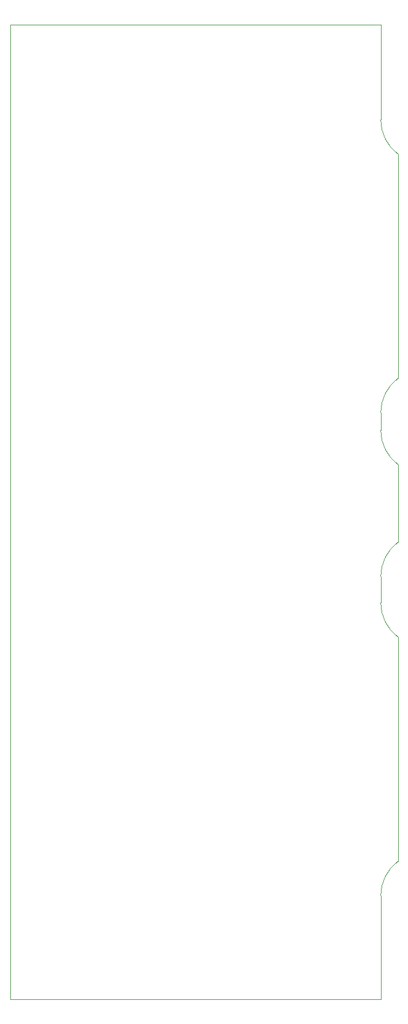
<source format=gbr>
%TF.GenerationSoftware,KiCad,Pcbnew,(6.0.11)*%
%TF.CreationDate,2023-02-25T23:46:13+01:00*%
%TF.ProjectId,mem-decoder,6d656d2d-6465-4636-9f64-65722e6b6963,rev?*%
%TF.SameCoordinates,Original*%
%TF.FileFunction,Profile,NP*%
%FSLAX46Y46*%
G04 Gerber Fmt 4.6, Leading zero omitted, Abs format (unit mm)*
G04 Created by KiCad (PCBNEW (6.0.11)) date 2023-02-25 23:46:13*
%MOMM*%
%LPD*%
G01*
G04 APERTURE LIST*
%TA.AperFunction,Profile*%
%ADD10C,0.100000*%
%TD*%
G04 APERTURE END LIST*
D10*
X133349999Y-110490000D02*
G75*
G03*
X135890000Y-115570000I6349997J-1D01*
G01*
X133350000Y-85090000D02*
G75*
G03*
X135890000Y-90170000I6350000J0D01*
G01*
X133350000Y-39370000D02*
G75*
G03*
X135890000Y-44450000I6350000J0D01*
G01*
X133350000Y-85090000D02*
X133350000Y-82550000D01*
X135890000Y-77470000D02*
G75*
G03*
X133350000Y-82550000I3810000J-5080000D01*
G01*
X135890000Y-101600000D02*
G75*
G03*
X133350000Y-106680000I3810000J-5080000D01*
G01*
X135890000Y-148590000D02*
G75*
G03*
X133350000Y-153670000I3810000J-5080000D01*
G01*
X78740000Y-25400000D02*
X78740000Y-35560000D01*
X133350000Y-25400000D02*
X78740000Y-25400000D01*
X133350000Y-26670000D02*
X133350000Y-25400000D01*
X133350000Y-39370000D02*
X133350000Y-26670000D01*
X135890000Y-77470000D02*
X135890000Y-44450000D01*
X135890000Y-101600000D02*
X135890000Y-90170000D01*
X133350000Y-110490000D02*
X133350000Y-106680000D01*
X135890000Y-148590000D02*
X135890000Y-115570000D01*
X133350000Y-168910000D02*
X133350000Y-153670000D01*
X95250000Y-168910000D02*
X133350000Y-168910000D01*
X78740000Y-168910000D02*
X95250000Y-168910000D01*
X78740000Y-163830000D02*
X78740000Y-168910000D01*
X78740000Y-133350000D02*
X78740000Y-163830000D01*
X78740000Y-106680000D02*
X78740000Y-133350000D01*
X78740000Y-73660000D02*
X78740000Y-106680000D01*
X78740000Y-39370000D02*
X78740000Y-73660000D01*
X78740000Y-35560000D02*
X78740000Y-39370000D01*
M02*

</source>
